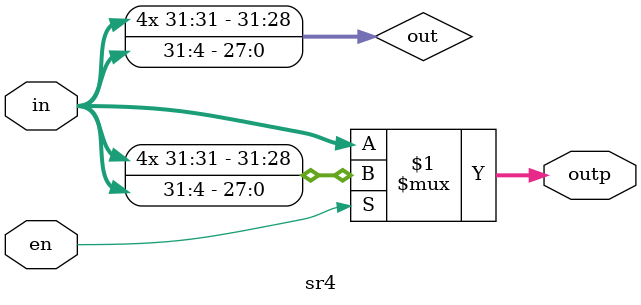
<source format=v>
module sr4(in,en,outp);

input [31:0] in;
input en;
output [31:0] outp;
wire[31:0] out;

assign out[0 ] = in[4 ];
assign out[1 ] = in[5 ];
assign out[2 ] = in[6 ];
assign out[3 ] = in[7 ];
assign out[4 ] = in[8 ];
assign out[5 ] = in[9 ];
assign out[6 ] = in[10];
assign out[7 ] = in[11];
assign out[8 ] = in[12];
assign out[9 ] = in[13];
assign out[10] = in[14];
assign out[11] = in[15];
assign out[12] = in[16];
assign out[13] = in[17];
assign out[14] = in[18];
assign out[15] = in[19];
assign out[16] = in[20];
assign out[17] = in[21];
assign out[18] = in[22];
assign out[19] = in[23];
assign out[20] = in[24];
assign out[21] = in[25];
assign out[22] = in[26];
assign out[23] = in[27];
assign out[24] = in[28];
assign out[25] = in[29];
assign out[26] = in[30];
assign out[27] = in[31];
assign out[28] = in[31];
assign out[29] = in[31];
assign out[30] = in[31];
assign out[31] = in[31];


assign outp = en? out:in;

endmodule
</source>
